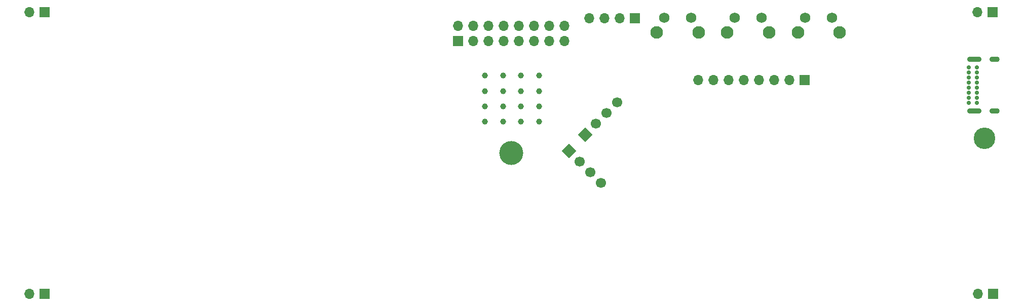
<source format=gbr>
%TF.GenerationSoftware,KiCad,Pcbnew,9.0.0*%
%TF.CreationDate,2025-03-11T11:24:18+01:00*%
%TF.ProjectId,CNIX V2 Control Board,434e4958-2056-4322-9043-6f6e74726f6c,rev?*%
%TF.SameCoordinates,Original*%
%TF.FileFunction,Soldermask,Bot*%
%TF.FilePolarity,Negative*%
%FSLAX46Y46*%
G04 Gerber Fmt 4.6, Leading zero omitted, Abs format (unit mm)*
G04 Created by KiCad (PCBNEW 9.0.0) date 2025-03-11 11:24:18*
%MOMM*%
%LPD*%
G01*
G04 APERTURE LIST*
G04 Aperture macros list*
%AMHorizOval*
0 Thick line with rounded ends*
0 $1 width*
0 $2 $3 position (X,Y) of the first rounded end (center of the circle)*
0 $4 $5 position (X,Y) of the second rounded end (center of the circle)*
0 Add line between two ends*
20,1,$1,$2,$3,$4,$5,0*
0 Add two circle primitives to create the rounded ends*
1,1,$1,$2,$3*
1,1,$1,$4,$5*%
%AMRotRect*
0 Rectangle, with rotation*
0 The origin of the aperture is its center*
0 $1 length*
0 $2 width*
0 $3 Rotation angle, in degrees counterclockwise*
0 Add horizontal line*
21,1,$1,$2,0,0,$3*%
G04 Aperture macros list end*
%ADD10C,1.000000*%
%ADD11C,3.600000*%
%ADD12C,2.100000*%
%ADD13C,1.750000*%
%ADD14R,1.700000X1.700000*%
%ADD15O,1.700000X1.700000*%
%ADD16RotRect,1.700000X1.700000X135.000000*%
%ADD17HorizOval,1.700000X0.000000X0.000000X0.000000X0.000000X0*%
%ADD18C,0.700000*%
%ADD19O,2.400000X0.900000*%
%ADD20O,1.700000X0.900000*%
%ADD21C,4.000000*%
%ADD22RotRect,1.700000X1.700000X45.000000*%
%ADD23HorizOval,1.700000X0.000000X0.000000X0.000000X0.000000X0*%
G04 APERTURE END LIST*
D10*
%TO.C,TP14*%
X149125171Y-97733609D03*
%TD*%
%TO.C,TP13*%
X149125171Y-95183609D03*
%TD*%
%TO.C,TP7*%
X143125171Y-100283609D03*
%TD*%
%TO.C,TP5*%
X143125171Y-95183609D03*
%TD*%
%TO.C,TP18*%
X152125171Y-97733609D03*
%TD*%
%TO.C,TP9*%
X146125171Y-95183609D03*
%TD*%
D11*
%TO.C,H1*%
X226596832Y-103016266D03*
%TD*%
D10*
%TO.C,TP19*%
X152125171Y-100283609D03*
%TD*%
D12*
%TO.C,SW2*%
X195386051Y-85383551D03*
X202396051Y-85383551D03*
D13*
X196636051Y-82893551D03*
X201136051Y-82893551D03*
%TD*%
D10*
%TO.C,TP6*%
X143125171Y-97733609D03*
%TD*%
D14*
%TO.C,J4*%
X196530000Y-93331051D03*
D15*
X193990000Y-93331051D03*
X191450000Y-93331051D03*
X188910000Y-93331051D03*
X186370000Y-93331051D03*
X183830000Y-93331051D03*
X181290000Y-93331051D03*
X178750000Y-93331051D03*
%TD*%
D10*
%TO.C,TP15*%
X149125171Y-100283609D03*
%TD*%
%TO.C,TP10*%
X146125171Y-97733609D03*
%TD*%
D12*
%TO.C,SW3*%
X183586051Y-85383551D03*
X190596051Y-85383551D03*
D13*
X184836051Y-82893551D03*
X189336051Y-82893551D03*
%TD*%
D10*
%TO.C,TP8*%
X146125171Y-92583609D03*
%TD*%
%TO.C,TP16*%
X152125171Y-92583609D03*
%TD*%
%TO.C,TP4*%
X143125171Y-92583609D03*
%TD*%
D16*
%TO.C,J6*%
X159824045Y-102418057D03*
D17*
X161620096Y-100622006D03*
X163416147Y-98825955D03*
X165212199Y-97029903D03*
%TD*%
D12*
%TO.C,SW4*%
X171786051Y-85383551D03*
X178796051Y-85383551D03*
D13*
X173036051Y-82893551D03*
X177536051Y-82893551D03*
%TD*%
D18*
%TO.C,J11*%
X223940000Y-97106051D03*
X223940000Y-96256051D03*
X223940000Y-95406050D03*
X223940000Y-94556051D03*
X223940000Y-93706051D03*
X223940000Y-92856051D03*
X223940000Y-92006050D03*
X223940000Y-91156051D03*
X225290000Y-91156051D03*
X225290000Y-92006051D03*
X225290000Y-92856051D03*
X225290000Y-93706051D03*
X225290000Y-94556051D03*
X225290000Y-95406051D03*
X225290000Y-96256051D03*
X225290000Y-97106051D03*
D19*
X224920000Y-98456051D03*
D20*
X228300000Y-98456051D03*
D19*
X224920000Y-89806051D03*
D20*
X228300000Y-89806051D03*
%TD*%
D10*
%TO.C,TP12*%
X149125171Y-92583609D03*
%TD*%
%TO.C,TP11*%
X146125171Y-100283609D03*
%TD*%
D21*
%TO.C,H100*%
X147500000Y-105500000D03*
%TD*%
D22*
%TO.C,J1*%
X157122897Y-105142897D03*
D23*
X158918948Y-106938948D03*
X160714999Y-108734999D03*
X162511051Y-110531051D03*
%TD*%
D10*
%TO.C,TP17*%
X152125171Y-95183609D03*
%TD*%
D14*
%TO.C,J5*%
X168185062Y-82965612D03*
D15*
X165645062Y-82965612D03*
X163105063Y-82965612D03*
X160565062Y-82965612D03*
%TD*%
D14*
%TO.C,J3*%
X138590000Y-86775000D03*
D15*
X138590000Y-84235000D03*
X141130000Y-86775000D03*
X141130000Y-84235000D03*
X143670000Y-86775000D03*
X143670000Y-84235000D03*
X146210000Y-86775000D03*
X146210000Y-84235000D03*
X148750000Y-86775000D03*
X148750000Y-84235000D03*
X151290000Y-86775000D03*
X151290000Y-84235000D03*
X153830000Y-86775000D03*
X153830000Y-84235000D03*
X156370000Y-86775000D03*
X156370000Y-84235000D03*
%TD*%
D14*
%TO.C,J10*%
X228000000Y-129000000D03*
D15*
X225460000Y-129000000D03*
%TD*%
D14*
%TO.C,J9*%
X69539999Y-81999999D03*
D15*
X66999999Y-81999999D03*
%TD*%
D14*
%TO.C,J8*%
X227965000Y-81960000D03*
D15*
X225425000Y-81960000D03*
%TD*%
D14*
%TO.C,J7*%
X69539999Y-129000001D03*
D15*
X66999999Y-129000001D03*
%TD*%
M02*

</source>
